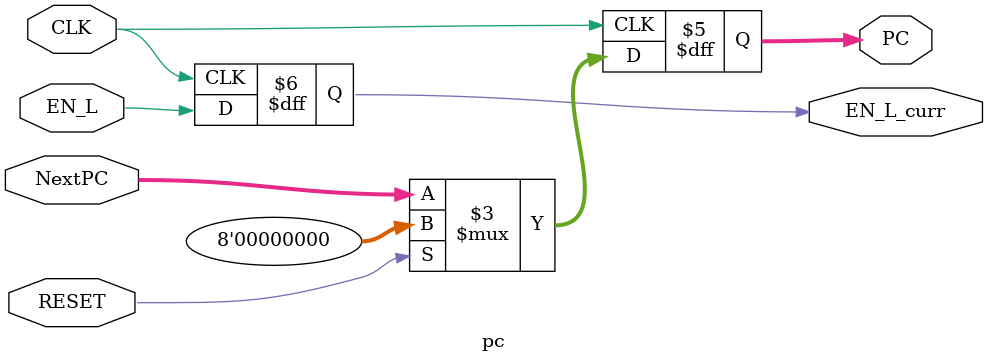
<source format=v>
`ifndef _PC_V_
`define _PC_V_

module pc (
	input CLK,
	input RESET,
	input EN_L,
	input [7:0] NextPC,
	output reg [7:0] PC,
	output reg EN_L_curr
);
	
always @ (posedge CLK) begin
	EN_L_curr <= EN_L;
	if (RESET) PC <= 8'b00000000;
	else PC <= NextPC;
end 

endmodule
`endif /* _PC_V_ */
</source>
